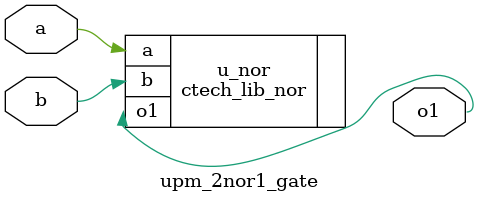
<source format=sv>

module upm_dftb_clk_inv (
   input logic  clk,
   output logic clkout
);
 
   ctech_lib_clk_inv i_ctech_lib_clk_inv(
        .clk(clk),
        .clkout(clkout)
   );
 
endmodule
//------------------------------------------------------------------------------------------------------


//------------------------------------------------------------------------------------------------------
//CLK GATE TE
module upm_dftb_clk_gate_te (
   input logic  clk,
   input logic  en,
   input logic  te,
   output logic clkout
);
 
   ctech_lib_clk_gate_te i_ctech_lib_clk_gate_te(
        .clk(clk),
        .en(en),
        .te(te),
        .clkout(clkout)
   );
 
endmodule
//------------------------------------------------------------------------------------------------------

//------------------------------------------------------------------------------------------------------
//MAKE_RCB_AND_PH1
module upm_dftb_clk_gate_and (
   input logic  clk,
   input logic  en,
   output logic clkout
);
 
   ctech_lib_clk_gate_and i_ctech_lib_clk_gate_and(
        .clk(clk),
        .en(en),
        .clkout(clkout)
   );
 
endmodule
//------------------------------------------------------------------------------------------------------


//------------------------------------------------------------------------------------------------------
//CLKAND
module upm_dftb_clk_and_en (
   input logic  clk,
   input logic  en,
   output logic clkout
);
 
   ctech_lib_clk_and_en i_ctech_lib_clk_and_en(
        .clk(clk),
        .en(en),
        .clkout(clkout)
   );
 
endmodule

module upm_dftb_clk_and (
   input logic  clk1,
   input logic  clk2,
   output logic clkout
);
 
   ctech_lib_clk_and i_ctech_lib_clk_and(
        .clk1(clk1),
        .clk2(clk2),
        .clkout(clkout)
   );
 
endmodule
//------------------------------------------------------------------------------------------------------


//------------------------------------------------------------------------------------------------------
//CLKOR
module upm_dftb_clk_or (
   input logic  clk1,
   input logic  clk2,
   output logic clkout
);
 
   ctech_lib_clk_or i_ctech_lib_clk_or(
        .clk1(clk1),
        .clk2(clk2),
        .clkout(clkout)
   );
 
endmodule
//------------------------------------------------------------------------------------------------------
//CLK_DIVIDER_BY_2

module upm_dftb_clk_divider_by_2 (
   input  logic  clk,
   input  logic  rstb,
   output logic clkout
);
 
   ctech_lib_clk_divider2_rstb i_ctech_lib_clk_divider2_rstb(
        .clk   (clk),
        .rstb   (rstb),
        .clkout (clkout)
   );
 
endmodule


//------------------------------------------------------------------------------------------------------
//CLK_MUX_2TO1
module upm_dftb_clk_mux_2to1 (
   input  logic  clk1,
   input  logic  clk2,
   input  logic  s,
   output logic clkout
);
 
   ctech_lib_clk_mux_2to1 i_ctech_lib_clk_mux_2to1(
        .clk1   (clk1),
        .clk2   (clk2),
        .s      (s),
        .clkout (clkout)
   );
 
endmodule
//------------------------------------------------------------------------------------------------------


//------------------------------------------------------------------------------------------------------
//MUX_2TO1
module upm_dftb_mux_2to1 #(
    parameter WIDTH = 1
) (
   input  logic [WIDTH-1:0] d1,
   input  logic [WIDTH-1:0] d2,
   input  logic  s,
   output logic [WIDTH-1:0] o
);

genvar g_i;
generate
        for (g_i = 0; g_i < WIDTH; g_i++) begin : loop
                ctech_lib_mux_2to1 mux_2to1(
                        .d1     (d1[g_i]),
                        .d2     (d2[g_i]),
                        .s      (s      ),
                        .o      (o[g_i] )
                );
        end
endgenerate
endmodule
//------------------------------------------------------------------------------------------------------


//------------------------------------------------------------------------------------------------------
//BUF
module upm_dftb_buf #(
    parameter WIDTH             = 1
) (
    output logic [WIDTH-1:0]    o,
    input  logic [WIDTH-1:0]    a
);

genvar g_i;
generate
        for (g_i = 0; g_i < WIDTH; g_i++) begin : loop
                ctech_lib_buf buffer(
                        .o              (o[g_i]),
                        .a              (a[g_i])
                );
        end
endgenerate
endmodule
//------------------------------------------------------------------------------------------------------


//------------------------------------------------------------------------------------------------------
//BUF with enable
/* experimental ctech module
module upm_dftb_dq #(
    parameter WIDTH             = 1
) (
    output logic [WIDTH-1:0]    o,
    input  logic [WIDTH-1:0]    a,
    input  logic                b
);

genvar g_i;
generate
        for (g_i = 0; g_i < WIDTH; g_i++) begin : loop
                ctech_lib_dq dq(
                        .o              (o[g_i]),
                        .a              (a[g_i]),
                        .b              (b)
                );
        end
endgenerate
endmodule
*/
//------------------------------------------------------------------------------------------------------


//------------------------------------------------------------------------------------------------------
//OR2
/*
module upm_dftb_or2 #(
    parameter WIDTH             = 1
) (
    output logic [WIDTH-1:0]    o,
    input  logic [WIDTH-1:0]    a,
    input  logic [WIDTH-1:0]    b
);

genvar g_i;
generate
        for (g_i = 0; g_i < WIDTH; g_i++) begin : loop
                ctech_lib_or2 or2(
                        .o              (o[g_i]),
                        .a              (a[g_i]),
                        .b              (b[g_i])
                );
        end
endgenerate
endmodule
*/
//------------------------------------------------------------------------------------------------------


//------------------------------------------------------------------------------------------------------
//CLKBF
module upm_dftb_clk_buf #(
    parameter WIDTH             = 1
) (
    output logic [WIDTH-1:0]    clkout,
    input  logic [WIDTH-1:0]    clk
);

genvar g_i;
generate
        for (g_i = 0; g_i < WIDTH; g_i++) begin : loop
                ctech_lib_clk_buf clk_buf(
                        .clkout         (clkout[g_i]),
                        .clk            (clk[g_i])
                );
        end
endgenerate
endmodule
//------------------------------------------------------------------------------------------------------


//------------------------------------------------------------------------------------------------------
//RST_LATCH
//module upm_dftb_rst_latch #(
//    parameter WIDTH             = 1
//) (
//    output logic [WIDTH-1:0]    q_pin,
//    input  logic [WIDTH-1:0]    i_pin,
//    input  logic                clock_pin,
//    input  logic                rst_pin
//);
//
//genvar g_i;
//generate
//        for (g_i = 0; g_i < WIDTH; g_i++) begin : loop
//                ctech_lib_rst_latch rst_latch(
//                        .q_pin          (q_pin[g_i]),
//                        .i_pin          (i_pin[g_i]),
//                        .clock_pin      (clock_pin),
//                        .rst_pin        (rst_pin)
//                );
//        end
//endgenerate
//endmodule
//------------------------------------------------------------------------------------------------------


//------------------------------------------------------------------------------------------------------
//RST_LATCH_P
//module upm_dftb_rst_latch_p #(
//    parameter WIDTH             = 1
//) (
//    output logic [WIDTH-1:0]    q_pin,
//    input  logic [WIDTH-1:0]    i_pin,
//    input  logic                clock_pin,
//    input  logic                rst_pin
//);
//
//genvar g_i;
//generate
//        for (g_i = 0; g_i < WIDTH; g_i++) begin : loop
//                ctech_lib_rst_latch_p rst_latch_p(
//                        .q_pin          (q_pin[g_i]),
//                        .i_pin          (i_pin[g_i]),
//                        .clock_pin      (clock_pin),
//                        .rst_pin        (rst_pin)
//                );
//        end
//endgenerate
//endmodule
//------------------------------------------------------------------------------------------------------


//------------------------------------------------------------------------------------------------------
//ASYNC_RST_LATCH
//module upm_dftb_async_rst_latch #(
//    parameter WIDTH             = 1
//) (
//    output logic [WIDTH-1:0]    q_pin,
//    input  logic [WIDTH-1:0]    i_pin,
//    input  logic                clock_pin,
//    input  logic                rst_pin
//);
//
//genvar g_i;
//generate
//        for (g_i = 0; g_i < WIDTH; g_i++) begin : loop
//                ctech_lib_async_rst_latch async_rst_latch(
//                        .q_pin          (q_pin[g_i]),
//                        .i_pin          (i_pin[g_i]),
//                        .clock_pin      (clock_pin),
//                        .rst_pin        (rst_pin)
//                );
//        end
//endgenerate
//endmodule
//------------------------------------------------------------------------------------------------------


//------------------------------------------------------------------------------------------------------
//ASYNC_RST_LATCH_P
//module upm_dftb_async_rst_latch_p #(
//    parameter WIDTH             = 1
//) (
//    output logic [WIDTH-1:0]    q_pin,
//    input  logic [WIDTH-1:0]    i_pin,
//    input  logic                clock_pin,
//    input  logic                rst_pin
//);
//
//genvar g_i;
//generate
//        for (g_i = 0; g_i < WIDTH; g_i++) begin : loop
//                ctech_lib_async_rst_latch_p async_rst_latch_p(
//                        .q_pin          (q_pin[g_i]),
//                        .i_pin          (i_pin[g_i]),
//                        .clock_pin      (clock_pin),
//                        .rst_pin        (rst_pin)
//                );
//        end
//endgenerate
//endmodule
////------------------------------------------------------------------------------------------------------


//------------------------------------------------------------------------------------------------------
//ASYNC_SET_LATCH
//module upm_dftb_async_set_latch #(
//    parameter WIDTH             = 1
//) (
//    output logic [WIDTH-1:0]    q_pin,
//    input  logic [WIDTH-1:0]    i_pin,
//    input  logic                clock_pin,
//    input  logic                rst_pin
//);
//
//logic [WIDTH-1:0]    q_pin_b;
//
//genvar g_i;
//generate
//        for (g_i = 0; g_i < WIDTH; g_i++) begin : loop
//                ctech_lib_async_rst_latch rst_latch(
//                        .q_pin          (q_pin_b[g_i]),
//                        .i_pin          (~i_pin[g_i]),
//                        .clock_pin      (clock_pin),
//                        .rst_pin        (rst_pin)
//                );
//        end
//endgenerate
//
//assign q_pin = ~q_pin_b;
//
//endmodule
//------------------------------------------------------------------------------------------------------


//------------------------------------------------------------------------------------------------------
//ASYNC_SET_LATCH_P
//module upm_dftb_async_set_latch_p #(
//    parameter WIDTH             = 1
//) (
//    output logic [WIDTH-1:0]    q_pin,
//    input  logic [WIDTH-1:0]    i_pin,
//    input  logic                clock_pin,
//    input  logic                rst_pin
//);
//
//logic [WIDTH-1:0]    q_pin_b;
//
//genvar g_i;
//generate
//        for (g_i = 0; g_i < WIDTH; g_i++) begin : loop
//                ctech_lib_async_rst_latch_p rst_latch_p(
//                        .q_pin          (q_pin_b[g_i]),
//                        .i_pin          (~i_pin[g_i]),
//                        .clock_pin      (clock_pin),
//                        .rst_pin        (rst_pin)
//                );
//        end
//endgenerate
//
//assign q_pin = ~q_pin_b;
//
//endmodule
////------------------------------------------------------------------------------------------------------

//---------------------------------------------------------------------------------------------


//------------------------------------------------------------------------------------------------------
//ASYNC_RST_METAFLOP2
module upm_dftb_doublesync_rst (
    output logic o,
    input  logic d,
    input  logic clk,
    input  logic rst
);
    ctech_lib_doublesync_rst i_ctech_lib_doublesync_rst (
        .o(o),
        .d(d),
        .rst(rst),
        .clk(clk)
    );
endmodule
//------------------------------------------------------------------------------------------------------


//------------------------------------------------------------------------------------------------------
//ASYNC_SET_METAFLOP2
module upm_dftb_doublesync_set (
    output logic o,
    input  logic d,
    input  logic clk,
    input  logic set
);
    ctech_lib_doublesync_set double_sync2 (
        .o(o),
        .d(d),
        .set(set),
        .clk(clk)
    );
endmodule
//------------------------------------------------------------------------------------------------------



//------------------------------------------------------------------------------------------------------
//XOR
module upm_dftb_xor #(
    parameter WIDTH             = 1
) (
    output logic [WIDTH-1:0]    o,
    input  logic [WIDTH-1:0]    a,
    input  logic [WIDTH-1:0]    b
);

genvar g_i;
generate
        for (g_i = 0; g_i < WIDTH; g_i++) begin : loop
                ctech_lib_xor i_ctech_lib_xor(
                        .o              (o[g_i]),
                        .a              (a[g_i]),
                        .b              (b[g_i])
                );
        end
endgenerate
endmodule
//------------------------------------------------------------------------------------------------------


module upm_2and1_gate (
   input logic  a,
   input logic  b,
   output logic o
);
 
  ctech_lib_and DONT_TOUCH_AND (.o(o), .a(a), .b(b));
 
endmodule


module upm_2nor1_gate (
   input logic  a,
   input logic  b,
   output logic o1
);
 
  ctech_lib_nor u_nor (.o1(o1), .a(a), .b(b));
 
endmodule













</source>
